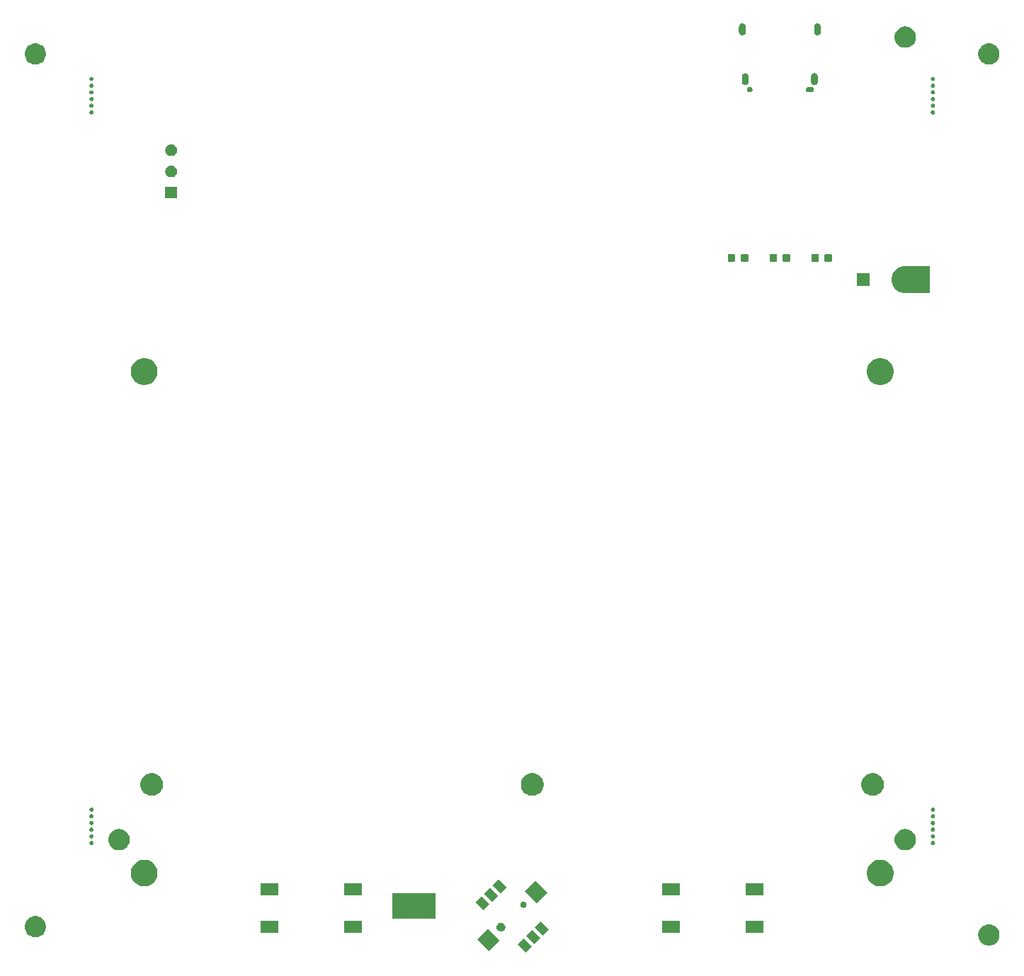
<source format=gbr>
G04 #@! TF.GenerationSoftware,KiCad,Pcbnew,5.1.5+dfsg1-2build2*
G04 #@! TF.CreationDate,2022-03-25T09:21:37+01:00*
G04 #@! TF.ProjectId,OpenDropV4,4f70656e-4472-46f7-9056-342e6b696361,rev?*
G04 #@! TF.SameCoordinates,Original*
G04 #@! TF.FileFunction,Soldermask,Top*
G04 #@! TF.FilePolarity,Negative*
%FSLAX46Y46*%
G04 Gerber Fmt 4.6, Leading zero omitted, Abs format (unit mm)*
G04 Created by KiCad (PCBNEW 5.1.5+dfsg1-2build2) date 2022-03-25 09:21:37*
%MOMM*%
%LPD*%
G04 APERTURE LIST*
%ADD10C,0.100000*%
G04 APERTURE END LIST*
D10*
G36*
X102350930Y-142775078D02*
G01*
X101643824Y-143482184D01*
X100689230Y-142527590D01*
X101396336Y-141820484D01*
X102350930Y-142775078D01*
G37*
G36*
X98479521Y-142050293D02*
G01*
X97206729Y-143323085D01*
X95792515Y-141908871D01*
X97065307Y-140636079D01*
X98479521Y-142050293D01*
G37*
G36*
X157247764Y-140154402D02*
G01*
X157370445Y-140178805D01*
X157601571Y-140274541D01*
X157602132Y-140274916D01*
X157800701Y-140407595D01*
X157809578Y-140413527D01*
X157986473Y-140590422D01*
X158125459Y-140798429D01*
X158209604Y-141001571D01*
X158221195Y-141029556D01*
X158270000Y-141274915D01*
X158270000Y-141525085D01*
X158245597Y-141647765D01*
X158221195Y-141770445D01*
X158125459Y-142001571D01*
X157986473Y-142209578D01*
X157809578Y-142386473D01*
X157601571Y-142525459D01*
X157601570Y-142525460D01*
X157601569Y-142525460D01*
X157533875Y-142553500D01*
X157370445Y-142621195D01*
X157247765Y-142645597D01*
X157125085Y-142670000D01*
X156874915Y-142670000D01*
X156752235Y-142645597D01*
X156629555Y-142621195D01*
X156466125Y-142553500D01*
X156398431Y-142525460D01*
X156398430Y-142525460D01*
X156398429Y-142525459D01*
X156190422Y-142386473D01*
X156013527Y-142209578D01*
X155874541Y-142001571D01*
X155778805Y-141770445D01*
X155754403Y-141647765D01*
X155730000Y-141525085D01*
X155730000Y-141274915D01*
X155778805Y-141029556D01*
X155790397Y-141001571D01*
X155874541Y-140798429D01*
X156013527Y-140590422D01*
X156190422Y-140413527D01*
X156199300Y-140407595D01*
X156397868Y-140274916D01*
X156398429Y-140274541D01*
X156629555Y-140178805D01*
X156752236Y-140154402D01*
X156874915Y-140130000D01*
X157125085Y-140130000D01*
X157247764Y-140154402D01*
G37*
G36*
X103358557Y-141767451D02*
G01*
X102651451Y-142474557D01*
X101696857Y-141519963D01*
X102403963Y-140812857D01*
X103358557Y-141767451D01*
G37*
G36*
X43247765Y-139154403D02*
G01*
X43370445Y-139178805D01*
X43601571Y-139274541D01*
X43809578Y-139413527D01*
X43986473Y-139590422D01*
X44125459Y-139798429D01*
X44206490Y-139994053D01*
X44221195Y-140029556D01*
X44269926Y-140274541D01*
X44270000Y-140274916D01*
X44270000Y-140525084D01*
X44221195Y-140770445D01*
X44203627Y-140812857D01*
X44140969Y-140964128D01*
X44125459Y-141001571D01*
X43986473Y-141209578D01*
X43809578Y-141386473D01*
X43601571Y-141525459D01*
X43370445Y-141621195D01*
X43247765Y-141645597D01*
X43125085Y-141670000D01*
X42874915Y-141670000D01*
X42752235Y-141645597D01*
X42629555Y-141621195D01*
X42398429Y-141525459D01*
X42190422Y-141386473D01*
X42013527Y-141209578D01*
X41874541Y-141001571D01*
X41859032Y-140964128D01*
X41796373Y-140812857D01*
X41778805Y-140770445D01*
X41730000Y-140525084D01*
X41730000Y-140274916D01*
X41730075Y-140274541D01*
X41778805Y-140029556D01*
X41793511Y-139994053D01*
X41874541Y-139798429D01*
X42013527Y-139590422D01*
X42190422Y-139413527D01*
X42398429Y-139274541D01*
X42629555Y-139178805D01*
X42752235Y-139154403D01*
X42874915Y-139130000D01*
X43125085Y-139130000D01*
X43247765Y-139154403D01*
G37*
G36*
X104366184Y-140759824D02*
G01*
X103659078Y-141466930D01*
X102704484Y-140512336D01*
X103411590Y-139805230D01*
X104366184Y-140759824D01*
G37*
G36*
X130050000Y-141150000D02*
G01*
X127950000Y-141150000D01*
X127950000Y-139750000D01*
X130050000Y-139750000D01*
X130050000Y-141150000D01*
G37*
G36*
X120050000Y-141150000D02*
G01*
X117950000Y-141150000D01*
X117950000Y-139750000D01*
X120050000Y-139750000D01*
X120050000Y-141150000D01*
G37*
G36*
X72050000Y-141150000D02*
G01*
X69950000Y-141150000D01*
X69950000Y-139750000D01*
X72050000Y-139750000D01*
X72050000Y-141150000D01*
G37*
G36*
X82050000Y-141150000D02*
G01*
X79950000Y-141150000D01*
X79950000Y-139750000D01*
X82050000Y-139750000D01*
X82050000Y-141150000D01*
G37*
G36*
X98809434Y-139954478D02*
G01*
X98904976Y-139994053D01*
X98904978Y-139994054D01*
X98990965Y-140051509D01*
X99064091Y-140124635D01*
X99100286Y-140178805D01*
X99121547Y-140210624D01*
X99161122Y-140306166D01*
X99181297Y-140407594D01*
X99181297Y-140511012D01*
X99161122Y-140612440D01*
X99121547Y-140707982D01*
X99121546Y-140707984D01*
X99064091Y-140793971D01*
X98990965Y-140867097D01*
X98904978Y-140924552D01*
X98904977Y-140924553D01*
X98904976Y-140924553D01*
X98809434Y-140964128D01*
X98708006Y-140984303D01*
X98604588Y-140984303D01*
X98503160Y-140964128D01*
X98407618Y-140924553D01*
X98407617Y-140924553D01*
X98407616Y-140924552D01*
X98321629Y-140867097D01*
X98248503Y-140793971D01*
X98191048Y-140707984D01*
X98191047Y-140707982D01*
X98151472Y-140612440D01*
X98131297Y-140511012D01*
X98131297Y-140407594D01*
X98151472Y-140306166D01*
X98191047Y-140210624D01*
X98212308Y-140178805D01*
X98248503Y-140124635D01*
X98321629Y-140051509D01*
X98407616Y-139994054D01*
X98407618Y-139994053D01*
X98503160Y-139954478D01*
X98604588Y-139934303D01*
X98708006Y-139934303D01*
X98809434Y-139954478D01*
G37*
G36*
X90865000Y-139439000D02*
G01*
X85665000Y-139439000D01*
X85665000Y-136439000D01*
X90865000Y-136439000D01*
X90865000Y-139439000D01*
G37*
G36*
X97295116Y-137719264D02*
G01*
X96588010Y-138426370D01*
X95633416Y-137471776D01*
X96340522Y-136764670D01*
X97295116Y-137719264D01*
G37*
G36*
X101452686Y-137411708D02*
G01*
X101520932Y-137439977D01*
X101563690Y-137468547D01*
X101582351Y-137481016D01*
X101634584Y-137533249D01*
X101675624Y-137594670D01*
X101690357Y-137630239D01*
X101703892Y-137662914D01*
X101718303Y-137735363D01*
X101718303Y-137809231D01*
X101703892Y-137881680D01*
X101675623Y-137949926D01*
X101634584Y-138011345D01*
X101582351Y-138063578D01*
X101520932Y-138104617D01*
X101520931Y-138104618D01*
X101520930Y-138104618D01*
X101452686Y-138132886D01*
X101380237Y-138147297D01*
X101306369Y-138147297D01*
X101233920Y-138132886D01*
X101165676Y-138104618D01*
X101165675Y-138104618D01*
X101165674Y-138104617D01*
X101104255Y-138063578D01*
X101052022Y-138011345D01*
X101010983Y-137949926D01*
X100982714Y-137881680D01*
X100968303Y-137809231D01*
X100968303Y-137735363D01*
X100982714Y-137662914D01*
X100996249Y-137630239D01*
X101010982Y-137594670D01*
X101052022Y-137533249D01*
X101104255Y-137481016D01*
X101122916Y-137468547D01*
X101165674Y-137439977D01*
X101233920Y-137411708D01*
X101306369Y-137397297D01*
X101380237Y-137397297D01*
X101452686Y-137411708D01*
G37*
G36*
X104207085Y-136322729D02*
G01*
X102934293Y-137595521D01*
X101520079Y-136181307D01*
X102792871Y-134908515D01*
X104207085Y-136322729D01*
G37*
G36*
X98302743Y-136711637D02*
G01*
X97595637Y-137418743D01*
X96641043Y-136464149D01*
X97348149Y-135757043D01*
X98302743Y-136711637D01*
G37*
G36*
X130050000Y-136650000D02*
G01*
X127950000Y-136650000D01*
X127950000Y-135250000D01*
X130050000Y-135250000D01*
X130050000Y-136650000D01*
G37*
G36*
X120050000Y-136650000D02*
G01*
X117950000Y-136650000D01*
X117950000Y-135250000D01*
X120050000Y-135250000D01*
X120050000Y-136650000D01*
G37*
G36*
X82050000Y-136650000D02*
G01*
X79950000Y-136650000D01*
X79950000Y-135250000D01*
X82050000Y-135250000D01*
X82050000Y-136650000D01*
G37*
G36*
X72050000Y-136650000D02*
G01*
X69950000Y-136650000D01*
X69950000Y-135250000D01*
X72050000Y-135250000D01*
X72050000Y-136650000D01*
G37*
G36*
X99310370Y-135704010D02*
G01*
X98603264Y-136411116D01*
X97648670Y-135456522D01*
X98355776Y-134749416D01*
X99310370Y-135704010D01*
G37*
G36*
X144466703Y-132461486D02*
G01*
X144757883Y-132582097D01*
X145019940Y-132757198D01*
X145242802Y-132980060D01*
X145417903Y-133242117D01*
X145538514Y-133533297D01*
X145600000Y-133842412D01*
X145600000Y-134157588D01*
X145538514Y-134466703D01*
X145417903Y-134757883D01*
X145242802Y-135019940D01*
X145019940Y-135242802D01*
X144757883Y-135417903D01*
X144466703Y-135538514D01*
X144157588Y-135600000D01*
X143842412Y-135600000D01*
X143533297Y-135538514D01*
X143242117Y-135417903D01*
X142980060Y-135242802D01*
X142757198Y-135019940D01*
X142582097Y-134757883D01*
X142461486Y-134466703D01*
X142400000Y-134157588D01*
X142400000Y-133842412D01*
X142461486Y-133533297D01*
X142582097Y-133242117D01*
X142757198Y-132980060D01*
X142980060Y-132757198D01*
X143242117Y-132582097D01*
X143533297Y-132461486D01*
X143842412Y-132400000D01*
X144157588Y-132400000D01*
X144466703Y-132461486D01*
G37*
G36*
X56466703Y-132461486D02*
G01*
X56757883Y-132582097D01*
X57019940Y-132757198D01*
X57242802Y-132980060D01*
X57417903Y-133242117D01*
X57538514Y-133533297D01*
X57600000Y-133842412D01*
X57600000Y-134157588D01*
X57538514Y-134466703D01*
X57417903Y-134757883D01*
X57242802Y-135019940D01*
X57019940Y-135242802D01*
X56757883Y-135417903D01*
X56466703Y-135538514D01*
X56157588Y-135600000D01*
X55842412Y-135600000D01*
X55533297Y-135538514D01*
X55242117Y-135417903D01*
X54980060Y-135242802D01*
X54757198Y-135019940D01*
X54582097Y-134757883D01*
X54461486Y-134466703D01*
X54400000Y-134157588D01*
X54400000Y-133842412D01*
X54461486Y-133533297D01*
X54582097Y-133242117D01*
X54757198Y-132980060D01*
X54980060Y-132757198D01*
X55242117Y-132582097D01*
X55533297Y-132461486D01*
X55842412Y-132400000D01*
X56157588Y-132400000D01*
X56466703Y-132461486D01*
G37*
G36*
X147247764Y-128754402D02*
G01*
X147370445Y-128778805D01*
X147481059Y-128824623D01*
X147597663Y-128872922D01*
X147601571Y-128874541D01*
X147667236Y-128918417D01*
X147780636Y-128994188D01*
X147809578Y-129013527D01*
X147986473Y-129190422D01*
X148125459Y-129398429D01*
X148221195Y-129629555D01*
X148270000Y-129874916D01*
X148270000Y-130125084D01*
X148221195Y-130370445D01*
X148125459Y-130601571D01*
X147986473Y-130809578D01*
X147809578Y-130986473D01*
X147601571Y-131125459D01*
X147370445Y-131221195D01*
X147247764Y-131245598D01*
X147125085Y-131270000D01*
X146874915Y-131270000D01*
X146752236Y-131245598D01*
X146629555Y-131221195D01*
X146398429Y-131125459D01*
X146190422Y-130986473D01*
X146013527Y-130809578D01*
X145874541Y-130601571D01*
X145778805Y-130370445D01*
X145730000Y-130125084D01*
X145730000Y-129874916D01*
X145778805Y-129629555D01*
X145874541Y-129398429D01*
X146013527Y-129190422D01*
X146190422Y-129013527D01*
X146219365Y-128994188D01*
X146332764Y-128918417D01*
X146398429Y-128874541D01*
X146402338Y-128872922D01*
X146518941Y-128824623D01*
X146629555Y-128778805D01*
X146752236Y-128754402D01*
X146874915Y-128730000D01*
X147125085Y-128730000D01*
X147247764Y-128754402D01*
G37*
G36*
X53247764Y-128754402D02*
G01*
X53370445Y-128778805D01*
X53481059Y-128824623D01*
X53597663Y-128872922D01*
X53601571Y-128874541D01*
X53667236Y-128918417D01*
X53780636Y-128994188D01*
X53809578Y-129013527D01*
X53986473Y-129190422D01*
X54125459Y-129398429D01*
X54221195Y-129629555D01*
X54270000Y-129874916D01*
X54270000Y-130125084D01*
X54221195Y-130370445D01*
X54125459Y-130601571D01*
X53986473Y-130809578D01*
X53809578Y-130986473D01*
X53601571Y-131125459D01*
X53370445Y-131221195D01*
X53247764Y-131245598D01*
X53125085Y-131270000D01*
X52874915Y-131270000D01*
X52752236Y-131245598D01*
X52629555Y-131221195D01*
X52398429Y-131125459D01*
X52190422Y-130986473D01*
X52013527Y-130809578D01*
X51874541Y-130601571D01*
X51778805Y-130370445D01*
X51730000Y-130125084D01*
X51730000Y-129874916D01*
X51778805Y-129629555D01*
X51874541Y-129398429D01*
X52013527Y-129190422D01*
X52190422Y-129013527D01*
X52219365Y-128994188D01*
X52332764Y-128918417D01*
X52398429Y-128874541D01*
X52402338Y-128872922D01*
X52518941Y-128824623D01*
X52629555Y-128778805D01*
X52752236Y-128754402D01*
X52874915Y-128730000D01*
X53125085Y-128730000D01*
X53247764Y-128754402D01*
G37*
G36*
X49772923Y-130159607D02*
G01*
X49801611Y-130171491D01*
X49818420Y-130178453D01*
X49859366Y-130205812D01*
X49894188Y-130240634D01*
X49921547Y-130281580D01*
X49940393Y-130327078D01*
X49950000Y-130375377D01*
X49950000Y-130424623D01*
X49940393Y-130472922D01*
X49921547Y-130518420D01*
X49894188Y-130559366D01*
X49859366Y-130594188D01*
X49818420Y-130621547D01*
X49801611Y-130628509D01*
X49772923Y-130640393D01*
X49724624Y-130650000D01*
X49675376Y-130650000D01*
X49627077Y-130640393D01*
X49598389Y-130628509D01*
X49581580Y-130621547D01*
X49540634Y-130594188D01*
X49505812Y-130559366D01*
X49478453Y-130518420D01*
X49459607Y-130472922D01*
X49450000Y-130424623D01*
X49450000Y-130375377D01*
X49459607Y-130327078D01*
X49478453Y-130281580D01*
X49505812Y-130240634D01*
X49540634Y-130205812D01*
X49581580Y-130178453D01*
X49598389Y-130171491D01*
X49627077Y-130159607D01*
X49675376Y-130150000D01*
X49724624Y-130150000D01*
X49772923Y-130159607D01*
G37*
G36*
X150372923Y-130159607D02*
G01*
X150401611Y-130171491D01*
X150418420Y-130178453D01*
X150459366Y-130205812D01*
X150494188Y-130240634D01*
X150521547Y-130281580D01*
X150540393Y-130327078D01*
X150550000Y-130375377D01*
X150550000Y-130424623D01*
X150540393Y-130472922D01*
X150521547Y-130518420D01*
X150494188Y-130559366D01*
X150459366Y-130594188D01*
X150418420Y-130621547D01*
X150401611Y-130628509D01*
X150372923Y-130640393D01*
X150324624Y-130650000D01*
X150275376Y-130650000D01*
X150227077Y-130640393D01*
X150198389Y-130628509D01*
X150181580Y-130621547D01*
X150140634Y-130594188D01*
X150105812Y-130559366D01*
X150078453Y-130518420D01*
X150059607Y-130472922D01*
X150050000Y-130424623D01*
X150050000Y-130375377D01*
X150059607Y-130327078D01*
X150078453Y-130281580D01*
X150105812Y-130240634D01*
X150140634Y-130205812D01*
X150181580Y-130178453D01*
X150198389Y-130171491D01*
X150227077Y-130159607D01*
X150275376Y-130150000D01*
X150324624Y-130150000D01*
X150372923Y-130159607D01*
G37*
G36*
X150372923Y-129359607D02*
G01*
X150401611Y-129371491D01*
X150418420Y-129378453D01*
X150459366Y-129405812D01*
X150494188Y-129440634D01*
X150521547Y-129481580D01*
X150540393Y-129527078D01*
X150550000Y-129575377D01*
X150550000Y-129624623D01*
X150540393Y-129672922D01*
X150521547Y-129718420D01*
X150494188Y-129759366D01*
X150459366Y-129794188D01*
X150418420Y-129821547D01*
X150401611Y-129828509D01*
X150372923Y-129840393D01*
X150324624Y-129850000D01*
X150275376Y-129850000D01*
X150227077Y-129840393D01*
X150198389Y-129828509D01*
X150181580Y-129821547D01*
X150140634Y-129794188D01*
X150105812Y-129759366D01*
X150078453Y-129718420D01*
X150059607Y-129672922D01*
X150050000Y-129624623D01*
X150050000Y-129575377D01*
X150059607Y-129527078D01*
X150078453Y-129481580D01*
X150105812Y-129440634D01*
X150140634Y-129405812D01*
X150181580Y-129378453D01*
X150198389Y-129371491D01*
X150227077Y-129359607D01*
X150275376Y-129350000D01*
X150324624Y-129350000D01*
X150372923Y-129359607D01*
G37*
G36*
X49772923Y-129359607D02*
G01*
X49801611Y-129371491D01*
X49818420Y-129378453D01*
X49859366Y-129405812D01*
X49894188Y-129440634D01*
X49921547Y-129481580D01*
X49940393Y-129527078D01*
X49950000Y-129575377D01*
X49950000Y-129624623D01*
X49940393Y-129672922D01*
X49921547Y-129718420D01*
X49894188Y-129759366D01*
X49859366Y-129794188D01*
X49818420Y-129821547D01*
X49801611Y-129828509D01*
X49772923Y-129840393D01*
X49724624Y-129850000D01*
X49675376Y-129850000D01*
X49627077Y-129840393D01*
X49598389Y-129828509D01*
X49581580Y-129821547D01*
X49540634Y-129794188D01*
X49505812Y-129759366D01*
X49478453Y-129718420D01*
X49459607Y-129672922D01*
X49450000Y-129624623D01*
X49450000Y-129575377D01*
X49459607Y-129527078D01*
X49478453Y-129481580D01*
X49505812Y-129440634D01*
X49540634Y-129405812D01*
X49581580Y-129378453D01*
X49598389Y-129371491D01*
X49627077Y-129359607D01*
X49675376Y-129350000D01*
X49724624Y-129350000D01*
X49772923Y-129359607D01*
G37*
G36*
X49772923Y-128559607D02*
G01*
X49801611Y-128571491D01*
X49818420Y-128578453D01*
X49859366Y-128605812D01*
X49894188Y-128640634D01*
X49921547Y-128681580D01*
X49921548Y-128681583D01*
X49940393Y-128727077D01*
X49950000Y-128775376D01*
X49950000Y-128824624D01*
X49940393Y-128872923D01*
X49928509Y-128901611D01*
X49921547Y-128918420D01*
X49894188Y-128959366D01*
X49859366Y-128994188D01*
X49818420Y-129021547D01*
X49801611Y-129028509D01*
X49772923Y-129040393D01*
X49724624Y-129050000D01*
X49675376Y-129050000D01*
X49627077Y-129040393D01*
X49598389Y-129028509D01*
X49581580Y-129021547D01*
X49540634Y-128994188D01*
X49505812Y-128959366D01*
X49478453Y-128918420D01*
X49471491Y-128901611D01*
X49459607Y-128872923D01*
X49450000Y-128824624D01*
X49450000Y-128775376D01*
X49459607Y-128727077D01*
X49478452Y-128681583D01*
X49478453Y-128681580D01*
X49505812Y-128640634D01*
X49540634Y-128605812D01*
X49581580Y-128578453D01*
X49598389Y-128571491D01*
X49627077Y-128559607D01*
X49675376Y-128550000D01*
X49724624Y-128550000D01*
X49772923Y-128559607D01*
G37*
G36*
X150372923Y-128559607D02*
G01*
X150401611Y-128571491D01*
X150418420Y-128578453D01*
X150459366Y-128605812D01*
X150494188Y-128640634D01*
X150521547Y-128681580D01*
X150521548Y-128681583D01*
X150540393Y-128727077D01*
X150550000Y-128775376D01*
X150550000Y-128824624D01*
X150540393Y-128872923D01*
X150528509Y-128901611D01*
X150521547Y-128918420D01*
X150494188Y-128959366D01*
X150459366Y-128994188D01*
X150418420Y-129021547D01*
X150401611Y-129028509D01*
X150372923Y-129040393D01*
X150324624Y-129050000D01*
X150275376Y-129050000D01*
X150227077Y-129040393D01*
X150198389Y-129028509D01*
X150181580Y-129021547D01*
X150140634Y-128994188D01*
X150105812Y-128959366D01*
X150078453Y-128918420D01*
X150071491Y-128901611D01*
X150059607Y-128872923D01*
X150050000Y-128824624D01*
X150050000Y-128775376D01*
X150059607Y-128727077D01*
X150078452Y-128681583D01*
X150078453Y-128681580D01*
X150105812Y-128640634D01*
X150140634Y-128605812D01*
X150181580Y-128578453D01*
X150198389Y-128571491D01*
X150227077Y-128559607D01*
X150275376Y-128550000D01*
X150324624Y-128550000D01*
X150372923Y-128559607D01*
G37*
G36*
X150372923Y-127759607D02*
G01*
X150401611Y-127771491D01*
X150418420Y-127778453D01*
X150459366Y-127805812D01*
X150494188Y-127840634D01*
X150521547Y-127881580D01*
X150540393Y-127927078D01*
X150550000Y-127975377D01*
X150550000Y-128024623D01*
X150540393Y-128072922D01*
X150521547Y-128118420D01*
X150494188Y-128159366D01*
X150459366Y-128194188D01*
X150418420Y-128221547D01*
X150401611Y-128228509D01*
X150372923Y-128240393D01*
X150324624Y-128250000D01*
X150275376Y-128250000D01*
X150227077Y-128240393D01*
X150198389Y-128228509D01*
X150181580Y-128221547D01*
X150140634Y-128194188D01*
X150105812Y-128159366D01*
X150078453Y-128118420D01*
X150059607Y-128072922D01*
X150050000Y-128024623D01*
X150050000Y-127975377D01*
X150059607Y-127927078D01*
X150078453Y-127881580D01*
X150105812Y-127840634D01*
X150140634Y-127805812D01*
X150181580Y-127778453D01*
X150198389Y-127771491D01*
X150227077Y-127759607D01*
X150275376Y-127750000D01*
X150324624Y-127750000D01*
X150372923Y-127759607D01*
G37*
G36*
X49772923Y-127759607D02*
G01*
X49801611Y-127771491D01*
X49818420Y-127778453D01*
X49859366Y-127805812D01*
X49894188Y-127840634D01*
X49921547Y-127881580D01*
X49940393Y-127927078D01*
X49950000Y-127975377D01*
X49950000Y-128024623D01*
X49940393Y-128072922D01*
X49921547Y-128118420D01*
X49894188Y-128159366D01*
X49859366Y-128194188D01*
X49818420Y-128221547D01*
X49801611Y-128228509D01*
X49772923Y-128240393D01*
X49724624Y-128250000D01*
X49675376Y-128250000D01*
X49627077Y-128240393D01*
X49598389Y-128228509D01*
X49581580Y-128221547D01*
X49540634Y-128194188D01*
X49505812Y-128159366D01*
X49478453Y-128118420D01*
X49459607Y-128072922D01*
X49450000Y-128024623D01*
X49450000Y-127975377D01*
X49459607Y-127927078D01*
X49478453Y-127881580D01*
X49505812Y-127840634D01*
X49540634Y-127805812D01*
X49581580Y-127778453D01*
X49598389Y-127771491D01*
X49627077Y-127759607D01*
X49675376Y-127750000D01*
X49724624Y-127750000D01*
X49772923Y-127759607D01*
G37*
G36*
X150372923Y-126959607D02*
G01*
X150401611Y-126971491D01*
X150418420Y-126978453D01*
X150459366Y-127005812D01*
X150494188Y-127040634D01*
X150521547Y-127081580D01*
X150540393Y-127127078D01*
X150550000Y-127175377D01*
X150550000Y-127224623D01*
X150540393Y-127272922D01*
X150521547Y-127318420D01*
X150494188Y-127359366D01*
X150459366Y-127394188D01*
X150418420Y-127421547D01*
X150401611Y-127428509D01*
X150372923Y-127440393D01*
X150324624Y-127450000D01*
X150275376Y-127450000D01*
X150227077Y-127440393D01*
X150198389Y-127428509D01*
X150181580Y-127421547D01*
X150140634Y-127394188D01*
X150105812Y-127359366D01*
X150078453Y-127318420D01*
X150059607Y-127272922D01*
X150050000Y-127224623D01*
X150050000Y-127175377D01*
X150059607Y-127127078D01*
X150078453Y-127081580D01*
X150105812Y-127040634D01*
X150140634Y-127005812D01*
X150181580Y-126978453D01*
X150198389Y-126971491D01*
X150227077Y-126959607D01*
X150275376Y-126950000D01*
X150324624Y-126950000D01*
X150372923Y-126959607D01*
G37*
G36*
X49772923Y-126959607D02*
G01*
X49801611Y-126971491D01*
X49818420Y-126978453D01*
X49859366Y-127005812D01*
X49894188Y-127040634D01*
X49921547Y-127081580D01*
X49940393Y-127127078D01*
X49950000Y-127175377D01*
X49950000Y-127224623D01*
X49940393Y-127272922D01*
X49921547Y-127318420D01*
X49894188Y-127359366D01*
X49859366Y-127394188D01*
X49818420Y-127421547D01*
X49801611Y-127428509D01*
X49772923Y-127440393D01*
X49724624Y-127450000D01*
X49675376Y-127450000D01*
X49627077Y-127440393D01*
X49598389Y-127428509D01*
X49581580Y-127421547D01*
X49540634Y-127394188D01*
X49505812Y-127359366D01*
X49478453Y-127318420D01*
X49459607Y-127272922D01*
X49450000Y-127224623D01*
X49450000Y-127175377D01*
X49459607Y-127127078D01*
X49478453Y-127081580D01*
X49505812Y-127040634D01*
X49540634Y-127005812D01*
X49581580Y-126978453D01*
X49598389Y-126971491D01*
X49627077Y-126959607D01*
X49675376Y-126950000D01*
X49724624Y-126950000D01*
X49772923Y-126959607D01*
G37*
G36*
X49772923Y-126159607D02*
G01*
X49801611Y-126171491D01*
X49818420Y-126178453D01*
X49859366Y-126205812D01*
X49894188Y-126240634D01*
X49921547Y-126281580D01*
X49940393Y-126327078D01*
X49950000Y-126375377D01*
X49950000Y-126424623D01*
X49940393Y-126472922D01*
X49921547Y-126518420D01*
X49894188Y-126559366D01*
X49859366Y-126594188D01*
X49818420Y-126621547D01*
X49801611Y-126628509D01*
X49772923Y-126640393D01*
X49724624Y-126650000D01*
X49675376Y-126650000D01*
X49627077Y-126640393D01*
X49598389Y-126628509D01*
X49581580Y-126621547D01*
X49540634Y-126594188D01*
X49505812Y-126559366D01*
X49478453Y-126518420D01*
X49459607Y-126472922D01*
X49450000Y-126424623D01*
X49450000Y-126375377D01*
X49459607Y-126327078D01*
X49478453Y-126281580D01*
X49505812Y-126240634D01*
X49540634Y-126205812D01*
X49581580Y-126178453D01*
X49598389Y-126171491D01*
X49627077Y-126159607D01*
X49675376Y-126150000D01*
X49724624Y-126150000D01*
X49772923Y-126159607D01*
G37*
G36*
X150372923Y-126159607D02*
G01*
X150401611Y-126171491D01*
X150418420Y-126178453D01*
X150459366Y-126205812D01*
X150494188Y-126240634D01*
X150521547Y-126281580D01*
X150540393Y-126327078D01*
X150550000Y-126375377D01*
X150550000Y-126424623D01*
X150540393Y-126472922D01*
X150521547Y-126518420D01*
X150494188Y-126559366D01*
X150459366Y-126594188D01*
X150418420Y-126621547D01*
X150401611Y-126628509D01*
X150372923Y-126640393D01*
X150324624Y-126650000D01*
X150275376Y-126650000D01*
X150227077Y-126640393D01*
X150198389Y-126628509D01*
X150181580Y-126621547D01*
X150140634Y-126594188D01*
X150105812Y-126559366D01*
X150078453Y-126518420D01*
X150059607Y-126472922D01*
X150050000Y-126424623D01*
X150050000Y-126375377D01*
X150059607Y-126327078D01*
X150078453Y-126281580D01*
X150105812Y-126240634D01*
X150140634Y-126205812D01*
X150181580Y-126178453D01*
X150198389Y-126171491D01*
X150227077Y-126159607D01*
X150275376Y-126150000D01*
X150324624Y-126150000D01*
X150372923Y-126159607D01*
G37*
G36*
X57293779Y-122101879D02*
G01*
X57539463Y-122203645D01*
X57539465Y-122203646D01*
X57650769Y-122278017D01*
X57760574Y-122351386D01*
X57948614Y-122539426D01*
X58096355Y-122760537D01*
X58198121Y-123006221D01*
X58250000Y-123267035D01*
X58250000Y-123532965D01*
X58198121Y-123793779D01*
X58096355Y-124039463D01*
X58096354Y-124039465D01*
X57948613Y-124260575D01*
X57760575Y-124448613D01*
X57539465Y-124596354D01*
X57539464Y-124596355D01*
X57539463Y-124596355D01*
X57293779Y-124698121D01*
X57032965Y-124750000D01*
X56767035Y-124750000D01*
X56506221Y-124698121D01*
X56260537Y-124596355D01*
X56260536Y-124596355D01*
X56260535Y-124596354D01*
X56039425Y-124448613D01*
X55851387Y-124260575D01*
X55703646Y-124039465D01*
X55703645Y-124039463D01*
X55601879Y-123793779D01*
X55550000Y-123532965D01*
X55550000Y-123267035D01*
X55601879Y-123006221D01*
X55703645Y-122760537D01*
X55851386Y-122539426D01*
X56039426Y-122351386D01*
X56149231Y-122278017D01*
X56260535Y-122203646D01*
X56260537Y-122203645D01*
X56506221Y-122101879D01*
X56767035Y-122050000D01*
X57032965Y-122050000D01*
X57293779Y-122101879D01*
G37*
G36*
X143493779Y-122101879D02*
G01*
X143739463Y-122203645D01*
X143739465Y-122203646D01*
X143850769Y-122278017D01*
X143960574Y-122351386D01*
X144148614Y-122539426D01*
X144296355Y-122760537D01*
X144398121Y-123006221D01*
X144450000Y-123267035D01*
X144450000Y-123532965D01*
X144398121Y-123793779D01*
X144296355Y-124039463D01*
X144296354Y-124039465D01*
X144148613Y-124260575D01*
X143960575Y-124448613D01*
X143739465Y-124596354D01*
X143739464Y-124596355D01*
X143739463Y-124596355D01*
X143493779Y-124698121D01*
X143232965Y-124750000D01*
X142967035Y-124750000D01*
X142706221Y-124698121D01*
X142460537Y-124596355D01*
X142460536Y-124596355D01*
X142460535Y-124596354D01*
X142239425Y-124448613D01*
X142051387Y-124260575D01*
X141903646Y-124039465D01*
X141903645Y-124039463D01*
X141801879Y-123793779D01*
X141750000Y-123532965D01*
X141750000Y-123267035D01*
X141801879Y-123006221D01*
X141903645Y-122760537D01*
X142051386Y-122539426D01*
X142239426Y-122351386D01*
X142349231Y-122278017D01*
X142460535Y-122203646D01*
X142460537Y-122203645D01*
X142706221Y-122101879D01*
X142967035Y-122050000D01*
X143232965Y-122050000D01*
X143493779Y-122101879D01*
G37*
G36*
X102793779Y-122101879D02*
G01*
X103039463Y-122203645D01*
X103039465Y-122203646D01*
X103150769Y-122278017D01*
X103260574Y-122351386D01*
X103448614Y-122539426D01*
X103596355Y-122760537D01*
X103698121Y-123006221D01*
X103750000Y-123267035D01*
X103750000Y-123532965D01*
X103698121Y-123793779D01*
X103596355Y-124039463D01*
X103596354Y-124039465D01*
X103448613Y-124260575D01*
X103260575Y-124448613D01*
X103039465Y-124596354D01*
X103039464Y-124596355D01*
X103039463Y-124596355D01*
X102793779Y-124698121D01*
X102532965Y-124750000D01*
X102267035Y-124750000D01*
X102006221Y-124698121D01*
X101760537Y-124596355D01*
X101760536Y-124596355D01*
X101760535Y-124596354D01*
X101539425Y-124448613D01*
X101351387Y-124260575D01*
X101203646Y-124039465D01*
X101203645Y-124039463D01*
X101101879Y-123793779D01*
X101050000Y-123532965D01*
X101050000Y-123267035D01*
X101101879Y-123006221D01*
X101203645Y-122760537D01*
X101351386Y-122539426D01*
X101539426Y-122351386D01*
X101649231Y-122278017D01*
X101760535Y-122203646D01*
X101760537Y-122203645D01*
X102006221Y-122101879D01*
X102267035Y-122050000D01*
X102532965Y-122050000D01*
X102793779Y-122101879D01*
G37*
G36*
X144466703Y-72461486D02*
G01*
X144757883Y-72582097D01*
X145019940Y-72757198D01*
X145242802Y-72980060D01*
X145417903Y-73242117D01*
X145538514Y-73533297D01*
X145600000Y-73842412D01*
X145600000Y-74157588D01*
X145538514Y-74466703D01*
X145417903Y-74757883D01*
X145242802Y-75019940D01*
X145019940Y-75242802D01*
X144757883Y-75417903D01*
X144466703Y-75538514D01*
X144157588Y-75600000D01*
X143842412Y-75600000D01*
X143533297Y-75538514D01*
X143242117Y-75417903D01*
X142980060Y-75242802D01*
X142757198Y-75019940D01*
X142582097Y-74757883D01*
X142461486Y-74466703D01*
X142400000Y-74157588D01*
X142400000Y-73842412D01*
X142461486Y-73533297D01*
X142582097Y-73242117D01*
X142757198Y-72980060D01*
X142980060Y-72757198D01*
X143242117Y-72582097D01*
X143533297Y-72461486D01*
X143842412Y-72400000D01*
X144157588Y-72400000D01*
X144466703Y-72461486D01*
G37*
G36*
X56466703Y-72461486D02*
G01*
X56757883Y-72582097D01*
X57019940Y-72757198D01*
X57242802Y-72980060D01*
X57417903Y-73242117D01*
X57538514Y-73533297D01*
X57600000Y-73842412D01*
X57600000Y-74157588D01*
X57538514Y-74466703D01*
X57417903Y-74757883D01*
X57242802Y-75019940D01*
X57019940Y-75242802D01*
X56757883Y-75417903D01*
X56466703Y-75538514D01*
X56157588Y-75600000D01*
X55842412Y-75600000D01*
X55533297Y-75538514D01*
X55242117Y-75417903D01*
X54980060Y-75242802D01*
X54757198Y-75019940D01*
X54582097Y-74757883D01*
X54461486Y-74466703D01*
X54400000Y-74157588D01*
X54400000Y-73842412D01*
X54461486Y-73533297D01*
X54582097Y-73242117D01*
X54757198Y-72980060D01*
X54980060Y-72757198D01*
X55242117Y-72582097D01*
X55533297Y-72461486D01*
X55842412Y-72400000D01*
X56157588Y-72400000D01*
X56466703Y-72461486D01*
G37*
G36*
X149963000Y-64600000D02*
G01*
X146805412Y-64600000D01*
X146496297Y-64538514D01*
X146205117Y-64417903D01*
X145943060Y-64242802D01*
X145720198Y-64019940D01*
X145545097Y-63757883D01*
X145424486Y-63466703D01*
X145363000Y-63157588D01*
X145363000Y-62842412D01*
X145424486Y-62533297D01*
X145545097Y-62242117D01*
X145720198Y-61980060D01*
X145943060Y-61757198D01*
X146205117Y-61582097D01*
X146496297Y-61461486D01*
X146805412Y-61400000D01*
X149963000Y-61400000D01*
X149963000Y-64600000D01*
G37*
G36*
X142750570Y-63750570D02*
G01*
X141249430Y-63750570D01*
X141249430Y-62249430D01*
X142750570Y-62249430D01*
X142750570Y-63750570D01*
G37*
G36*
X136524116Y-59939595D02*
G01*
X136553311Y-59948452D01*
X136580223Y-59962837D01*
X136603808Y-59982192D01*
X136623163Y-60005777D01*
X136637548Y-60032689D01*
X136646405Y-60061884D01*
X136650000Y-60098390D01*
X136650000Y-60723610D01*
X136646405Y-60760116D01*
X136637548Y-60789311D01*
X136623163Y-60816223D01*
X136603808Y-60839808D01*
X136580223Y-60859163D01*
X136553311Y-60873548D01*
X136524116Y-60882405D01*
X136487610Y-60886000D01*
X135937390Y-60886000D01*
X135900884Y-60882405D01*
X135871689Y-60873548D01*
X135844777Y-60859163D01*
X135821192Y-60839808D01*
X135801837Y-60816223D01*
X135787452Y-60789311D01*
X135778595Y-60760116D01*
X135775000Y-60723610D01*
X135775000Y-60098390D01*
X135778595Y-60061884D01*
X135787452Y-60032689D01*
X135801837Y-60005777D01*
X135821192Y-59982192D01*
X135844777Y-59962837D01*
X135871689Y-59948452D01*
X135900884Y-59939595D01*
X135937390Y-59936000D01*
X136487610Y-59936000D01*
X136524116Y-59939595D01*
G37*
G36*
X133099116Y-59939595D02*
G01*
X133128311Y-59948452D01*
X133155223Y-59962837D01*
X133178808Y-59982192D01*
X133198163Y-60005777D01*
X133212548Y-60032689D01*
X133221405Y-60061884D01*
X133225000Y-60098390D01*
X133225000Y-60723610D01*
X133221405Y-60760116D01*
X133212548Y-60789311D01*
X133198163Y-60816223D01*
X133178808Y-60839808D01*
X133155223Y-60859163D01*
X133128311Y-60873548D01*
X133099116Y-60882405D01*
X133062610Y-60886000D01*
X132512390Y-60886000D01*
X132475884Y-60882405D01*
X132446689Y-60873548D01*
X132419777Y-60859163D01*
X132396192Y-60839808D01*
X132376837Y-60816223D01*
X132362452Y-60789311D01*
X132353595Y-60760116D01*
X132350000Y-60723610D01*
X132350000Y-60098390D01*
X132353595Y-60061884D01*
X132362452Y-60032689D01*
X132376837Y-60005777D01*
X132396192Y-59982192D01*
X132419777Y-59962837D01*
X132446689Y-59948452D01*
X132475884Y-59939595D01*
X132512390Y-59936000D01*
X133062610Y-59936000D01*
X133099116Y-59939595D01*
G37*
G36*
X131524116Y-59939595D02*
G01*
X131553311Y-59948452D01*
X131580223Y-59962837D01*
X131603808Y-59982192D01*
X131623163Y-60005777D01*
X131637548Y-60032689D01*
X131646405Y-60061884D01*
X131650000Y-60098390D01*
X131650000Y-60723610D01*
X131646405Y-60760116D01*
X131637548Y-60789311D01*
X131623163Y-60816223D01*
X131603808Y-60839808D01*
X131580223Y-60859163D01*
X131553311Y-60873548D01*
X131524116Y-60882405D01*
X131487610Y-60886000D01*
X130937390Y-60886000D01*
X130900884Y-60882405D01*
X130871689Y-60873548D01*
X130844777Y-60859163D01*
X130821192Y-60839808D01*
X130801837Y-60816223D01*
X130787452Y-60789311D01*
X130778595Y-60760116D01*
X130775000Y-60723610D01*
X130775000Y-60098390D01*
X130778595Y-60061884D01*
X130787452Y-60032689D01*
X130801837Y-60005777D01*
X130821192Y-59982192D01*
X130844777Y-59962837D01*
X130871689Y-59948452D01*
X130900884Y-59939595D01*
X130937390Y-59936000D01*
X131487610Y-59936000D01*
X131524116Y-59939595D01*
G37*
G36*
X126524116Y-59939595D02*
G01*
X126553311Y-59948452D01*
X126580223Y-59962837D01*
X126603808Y-59982192D01*
X126623163Y-60005777D01*
X126637548Y-60032689D01*
X126646405Y-60061884D01*
X126650000Y-60098390D01*
X126650000Y-60723610D01*
X126646405Y-60760116D01*
X126637548Y-60789311D01*
X126623163Y-60816223D01*
X126603808Y-60839808D01*
X126580223Y-60859163D01*
X126553311Y-60873548D01*
X126524116Y-60882405D01*
X126487610Y-60886000D01*
X125937390Y-60886000D01*
X125900884Y-60882405D01*
X125871689Y-60873548D01*
X125844777Y-60859163D01*
X125821192Y-60839808D01*
X125801837Y-60816223D01*
X125787452Y-60789311D01*
X125778595Y-60760116D01*
X125775000Y-60723610D01*
X125775000Y-60098390D01*
X125778595Y-60061884D01*
X125787452Y-60032689D01*
X125801837Y-60005777D01*
X125821192Y-59982192D01*
X125844777Y-59962837D01*
X125871689Y-59948452D01*
X125900884Y-59939595D01*
X125937390Y-59936000D01*
X126487610Y-59936000D01*
X126524116Y-59939595D01*
G37*
G36*
X128099116Y-59939595D02*
G01*
X128128311Y-59948452D01*
X128155223Y-59962837D01*
X128178808Y-59982192D01*
X128198163Y-60005777D01*
X128212548Y-60032689D01*
X128221405Y-60061884D01*
X128225000Y-60098390D01*
X128225000Y-60723610D01*
X128221405Y-60760116D01*
X128212548Y-60789311D01*
X128198163Y-60816223D01*
X128178808Y-60839808D01*
X128155223Y-60859163D01*
X128128311Y-60873548D01*
X128099116Y-60882405D01*
X128062610Y-60886000D01*
X127512390Y-60886000D01*
X127475884Y-60882405D01*
X127446689Y-60873548D01*
X127419777Y-60859163D01*
X127396192Y-60839808D01*
X127376837Y-60816223D01*
X127362452Y-60789311D01*
X127353595Y-60760116D01*
X127350000Y-60723610D01*
X127350000Y-60098390D01*
X127353595Y-60061884D01*
X127362452Y-60032689D01*
X127376837Y-60005777D01*
X127396192Y-59982192D01*
X127419777Y-59962837D01*
X127446689Y-59948452D01*
X127475884Y-59939595D01*
X127512390Y-59936000D01*
X128062610Y-59936000D01*
X128099116Y-59939595D01*
G37*
G36*
X138099116Y-59939595D02*
G01*
X138128311Y-59948452D01*
X138155223Y-59962837D01*
X138178808Y-59982192D01*
X138198163Y-60005777D01*
X138212548Y-60032689D01*
X138221405Y-60061884D01*
X138225000Y-60098390D01*
X138225000Y-60723610D01*
X138221405Y-60760116D01*
X138212548Y-60789311D01*
X138198163Y-60816223D01*
X138178808Y-60839808D01*
X138155223Y-60859163D01*
X138128311Y-60873548D01*
X138099116Y-60882405D01*
X138062610Y-60886000D01*
X137512390Y-60886000D01*
X137475884Y-60882405D01*
X137446689Y-60873548D01*
X137419777Y-60859163D01*
X137396192Y-60839808D01*
X137376837Y-60816223D01*
X137362452Y-60789311D01*
X137353595Y-60760116D01*
X137350000Y-60723610D01*
X137350000Y-60098390D01*
X137353595Y-60061884D01*
X137362452Y-60032689D01*
X137376837Y-60005777D01*
X137396192Y-59982192D01*
X137419777Y-59962837D01*
X137446689Y-59948452D01*
X137475884Y-59939595D01*
X137512390Y-59936000D01*
X138062610Y-59936000D01*
X138099116Y-59939595D01*
G37*
G36*
X59928500Y-53303500D02*
G01*
X58531500Y-53303500D01*
X58531500Y-51906500D01*
X59928500Y-51906500D01*
X59928500Y-53303500D01*
G37*
G36*
X59433745Y-49393342D02*
G01*
X59560862Y-49445996D01*
X59560864Y-49445997D01*
X59675268Y-49522439D01*
X59772561Y-49619732D01*
X59849003Y-49734136D01*
X59849004Y-49734138D01*
X59901658Y-49861255D01*
X59928500Y-49996202D01*
X59928500Y-50133798D01*
X59901658Y-50268745D01*
X59849004Y-50395862D01*
X59849003Y-50395864D01*
X59772561Y-50510268D01*
X59675268Y-50607561D01*
X59560864Y-50684003D01*
X59560863Y-50684004D01*
X59560862Y-50684004D01*
X59433745Y-50736658D01*
X59298798Y-50763500D01*
X59161202Y-50763500D01*
X59026255Y-50736658D01*
X58899138Y-50684004D01*
X58899137Y-50684004D01*
X58899136Y-50684003D01*
X58784732Y-50607561D01*
X58687439Y-50510268D01*
X58610997Y-50395864D01*
X58610996Y-50395862D01*
X58558342Y-50268745D01*
X58531500Y-50133798D01*
X58531500Y-49996202D01*
X58558342Y-49861255D01*
X58610996Y-49734138D01*
X58610997Y-49734136D01*
X58687439Y-49619732D01*
X58784732Y-49522439D01*
X58899136Y-49445997D01*
X58899138Y-49445996D01*
X59026255Y-49393342D01*
X59161202Y-49366500D01*
X59298798Y-49366500D01*
X59433745Y-49393342D01*
G37*
G36*
X59433745Y-46853342D02*
G01*
X59560862Y-46905996D01*
X59560864Y-46905997D01*
X59675268Y-46982439D01*
X59772561Y-47079732D01*
X59849003Y-47194136D01*
X59849004Y-47194138D01*
X59901658Y-47321255D01*
X59928500Y-47456202D01*
X59928500Y-47593798D01*
X59901658Y-47728745D01*
X59849004Y-47855862D01*
X59849003Y-47855864D01*
X59772561Y-47970268D01*
X59675268Y-48067561D01*
X59560864Y-48144003D01*
X59560863Y-48144004D01*
X59560862Y-48144004D01*
X59433745Y-48196658D01*
X59298798Y-48223500D01*
X59161202Y-48223500D01*
X59026255Y-48196658D01*
X58899138Y-48144004D01*
X58899137Y-48144004D01*
X58899136Y-48144003D01*
X58784732Y-48067561D01*
X58687439Y-47970268D01*
X58610997Y-47855864D01*
X58610996Y-47855862D01*
X58558342Y-47728745D01*
X58531500Y-47593798D01*
X58531500Y-47456202D01*
X58558342Y-47321255D01*
X58610996Y-47194138D01*
X58610997Y-47194136D01*
X58687439Y-47079732D01*
X58784732Y-46982439D01*
X58899136Y-46905997D01*
X58899138Y-46905996D01*
X59026255Y-46853342D01*
X59161202Y-46826500D01*
X59298798Y-46826500D01*
X59433745Y-46853342D01*
G37*
G36*
X150372923Y-42759607D02*
G01*
X150401611Y-42771491D01*
X150418420Y-42778453D01*
X150459366Y-42805812D01*
X150494188Y-42840634D01*
X150521547Y-42881580D01*
X150540393Y-42927078D01*
X150550000Y-42975377D01*
X150550000Y-43024623D01*
X150540393Y-43072922D01*
X150521547Y-43118420D01*
X150494188Y-43159366D01*
X150459366Y-43194188D01*
X150418420Y-43221547D01*
X150401611Y-43228509D01*
X150372923Y-43240393D01*
X150324624Y-43250000D01*
X150275376Y-43250000D01*
X150227077Y-43240393D01*
X150198389Y-43228509D01*
X150181580Y-43221547D01*
X150140634Y-43194188D01*
X150105812Y-43159366D01*
X150078453Y-43118420D01*
X150059607Y-43072922D01*
X150050000Y-43024623D01*
X150050000Y-42975377D01*
X150059607Y-42927078D01*
X150078453Y-42881580D01*
X150105812Y-42840634D01*
X150140634Y-42805812D01*
X150181580Y-42778453D01*
X150198389Y-42771491D01*
X150227077Y-42759607D01*
X150275376Y-42750000D01*
X150324624Y-42750000D01*
X150372923Y-42759607D01*
G37*
G36*
X49772923Y-42759607D02*
G01*
X49801611Y-42771491D01*
X49818420Y-42778453D01*
X49859366Y-42805812D01*
X49894188Y-42840634D01*
X49921547Y-42881580D01*
X49940393Y-42927078D01*
X49950000Y-42975377D01*
X49950000Y-43024623D01*
X49940393Y-43072922D01*
X49921547Y-43118420D01*
X49894188Y-43159366D01*
X49859366Y-43194188D01*
X49818420Y-43221547D01*
X49801611Y-43228509D01*
X49772923Y-43240393D01*
X49724624Y-43250000D01*
X49675376Y-43250000D01*
X49627077Y-43240393D01*
X49598389Y-43228509D01*
X49581580Y-43221547D01*
X49540634Y-43194188D01*
X49505812Y-43159366D01*
X49478453Y-43118420D01*
X49459607Y-43072922D01*
X49450000Y-43024623D01*
X49450000Y-42975377D01*
X49459607Y-42927078D01*
X49478453Y-42881580D01*
X49505812Y-42840634D01*
X49540634Y-42805812D01*
X49581580Y-42778453D01*
X49598389Y-42771491D01*
X49627077Y-42759607D01*
X49675376Y-42750000D01*
X49724624Y-42750000D01*
X49772923Y-42759607D01*
G37*
G36*
X150372923Y-41959607D02*
G01*
X150401611Y-41971491D01*
X150418420Y-41978453D01*
X150459366Y-42005812D01*
X150494188Y-42040634D01*
X150521547Y-42081580D01*
X150540393Y-42127078D01*
X150550000Y-42175377D01*
X150550000Y-42224623D01*
X150540393Y-42272922D01*
X150521547Y-42318420D01*
X150494188Y-42359366D01*
X150459366Y-42394188D01*
X150418420Y-42421547D01*
X150401611Y-42428509D01*
X150372923Y-42440393D01*
X150324624Y-42450000D01*
X150275376Y-42450000D01*
X150227077Y-42440393D01*
X150198389Y-42428509D01*
X150181580Y-42421547D01*
X150140634Y-42394188D01*
X150105812Y-42359366D01*
X150078453Y-42318420D01*
X150059607Y-42272922D01*
X150050000Y-42224623D01*
X150050000Y-42175377D01*
X150059607Y-42127078D01*
X150078453Y-42081580D01*
X150105812Y-42040634D01*
X150140634Y-42005812D01*
X150181580Y-41978453D01*
X150198389Y-41971491D01*
X150227077Y-41959607D01*
X150275376Y-41950000D01*
X150324624Y-41950000D01*
X150372923Y-41959607D01*
G37*
G36*
X49772923Y-41959607D02*
G01*
X49801611Y-41971491D01*
X49818420Y-41978453D01*
X49859366Y-42005812D01*
X49894188Y-42040634D01*
X49921547Y-42081580D01*
X49940393Y-42127078D01*
X49950000Y-42175377D01*
X49950000Y-42224623D01*
X49940393Y-42272922D01*
X49921547Y-42318420D01*
X49894188Y-42359366D01*
X49859366Y-42394188D01*
X49818420Y-42421547D01*
X49801611Y-42428509D01*
X49772923Y-42440393D01*
X49724624Y-42450000D01*
X49675376Y-42450000D01*
X49627077Y-42440393D01*
X49598389Y-42428509D01*
X49581580Y-42421547D01*
X49540634Y-42394188D01*
X49505812Y-42359366D01*
X49478453Y-42318420D01*
X49459607Y-42272922D01*
X49450000Y-42224623D01*
X49450000Y-42175377D01*
X49459607Y-42127078D01*
X49478453Y-42081580D01*
X49505812Y-42040634D01*
X49540634Y-42005812D01*
X49581580Y-41978453D01*
X49598389Y-41971491D01*
X49627077Y-41959607D01*
X49675376Y-41950000D01*
X49724624Y-41950000D01*
X49772923Y-41959607D01*
G37*
G36*
X150372923Y-41159607D02*
G01*
X150401611Y-41171491D01*
X150418420Y-41178453D01*
X150459366Y-41205812D01*
X150494188Y-41240634D01*
X150521547Y-41281580D01*
X150540393Y-41327078D01*
X150550000Y-41375377D01*
X150550000Y-41424623D01*
X150540393Y-41472922D01*
X150521547Y-41518420D01*
X150494188Y-41559366D01*
X150459366Y-41594188D01*
X150418420Y-41621547D01*
X150401611Y-41628509D01*
X150372923Y-41640393D01*
X150324624Y-41650000D01*
X150275376Y-41650000D01*
X150227077Y-41640393D01*
X150198389Y-41628509D01*
X150181580Y-41621547D01*
X150140634Y-41594188D01*
X150105812Y-41559366D01*
X150078453Y-41518420D01*
X150059607Y-41472922D01*
X150050000Y-41424623D01*
X150050000Y-41375377D01*
X150059607Y-41327078D01*
X150078453Y-41281580D01*
X150105812Y-41240634D01*
X150140634Y-41205812D01*
X150181580Y-41178453D01*
X150198389Y-41171491D01*
X150227077Y-41159607D01*
X150275376Y-41150000D01*
X150324624Y-41150000D01*
X150372923Y-41159607D01*
G37*
G36*
X49772923Y-41159607D02*
G01*
X49801611Y-41171491D01*
X49818420Y-41178453D01*
X49859366Y-41205812D01*
X49894188Y-41240634D01*
X49921547Y-41281580D01*
X49940393Y-41327078D01*
X49950000Y-41375377D01*
X49950000Y-41424623D01*
X49940393Y-41472922D01*
X49921547Y-41518420D01*
X49894188Y-41559366D01*
X49859366Y-41594188D01*
X49818420Y-41621547D01*
X49801611Y-41628509D01*
X49772923Y-41640393D01*
X49724624Y-41650000D01*
X49675376Y-41650000D01*
X49627077Y-41640393D01*
X49598389Y-41628509D01*
X49581580Y-41621547D01*
X49540634Y-41594188D01*
X49505812Y-41559366D01*
X49478453Y-41518420D01*
X49459607Y-41472922D01*
X49450000Y-41424623D01*
X49450000Y-41375377D01*
X49459607Y-41327078D01*
X49478453Y-41281580D01*
X49505812Y-41240634D01*
X49540634Y-41205812D01*
X49581580Y-41178453D01*
X49598389Y-41171491D01*
X49627077Y-41159607D01*
X49675376Y-41150000D01*
X49724624Y-41150000D01*
X49772923Y-41159607D01*
G37*
G36*
X150372923Y-40359607D02*
G01*
X150401611Y-40371491D01*
X150418420Y-40378453D01*
X150459366Y-40405812D01*
X150494188Y-40440634D01*
X150521547Y-40481580D01*
X150528509Y-40498389D01*
X150540393Y-40527077D01*
X150549430Y-40572509D01*
X150550000Y-40575377D01*
X150550000Y-40624623D01*
X150540393Y-40672922D01*
X150521547Y-40718420D01*
X150494188Y-40759366D01*
X150459366Y-40794188D01*
X150418420Y-40821547D01*
X150401611Y-40828509D01*
X150372923Y-40840393D01*
X150324624Y-40850000D01*
X150275376Y-40850000D01*
X150227077Y-40840393D01*
X150198389Y-40828509D01*
X150181580Y-40821547D01*
X150140634Y-40794188D01*
X150105812Y-40759366D01*
X150078453Y-40718420D01*
X150059607Y-40672922D01*
X150050000Y-40624623D01*
X150050000Y-40575377D01*
X150050570Y-40572509D01*
X150059607Y-40527077D01*
X150071491Y-40498389D01*
X150078453Y-40481580D01*
X150105812Y-40440634D01*
X150140634Y-40405812D01*
X150181580Y-40378453D01*
X150198389Y-40371491D01*
X150227077Y-40359607D01*
X150275376Y-40350000D01*
X150324624Y-40350000D01*
X150372923Y-40359607D01*
G37*
G36*
X49772923Y-40359607D02*
G01*
X49801611Y-40371491D01*
X49818420Y-40378453D01*
X49859366Y-40405812D01*
X49894188Y-40440634D01*
X49921547Y-40481580D01*
X49928509Y-40498389D01*
X49940393Y-40527077D01*
X49949430Y-40572509D01*
X49950000Y-40575377D01*
X49950000Y-40624623D01*
X49940393Y-40672922D01*
X49921547Y-40718420D01*
X49894188Y-40759366D01*
X49859366Y-40794188D01*
X49818420Y-40821547D01*
X49801611Y-40828509D01*
X49772923Y-40840393D01*
X49724624Y-40850000D01*
X49675376Y-40850000D01*
X49627077Y-40840393D01*
X49598389Y-40828509D01*
X49581580Y-40821547D01*
X49540634Y-40794188D01*
X49505812Y-40759366D01*
X49478453Y-40718420D01*
X49459607Y-40672922D01*
X49450000Y-40624623D01*
X49450000Y-40575377D01*
X49450570Y-40572509D01*
X49459607Y-40527077D01*
X49471491Y-40498389D01*
X49478453Y-40481580D01*
X49505812Y-40440634D01*
X49540634Y-40405812D01*
X49581580Y-40378453D01*
X49598389Y-40371491D01*
X49627077Y-40359607D01*
X49675376Y-40350000D01*
X49724624Y-40350000D01*
X49772923Y-40359607D01*
G37*
G36*
X135813712Y-39939702D02*
G01*
X135874972Y-39958286D01*
X135931436Y-39988466D01*
X135980922Y-40029078D01*
X136021534Y-40078564D01*
X136051714Y-40135028D01*
X136070298Y-40196288D01*
X136076572Y-40260000D01*
X136070298Y-40323712D01*
X136051714Y-40384972D01*
X136021534Y-40441436D01*
X135980922Y-40490922D01*
X135931436Y-40531534D01*
X135874972Y-40561714D01*
X135813712Y-40580298D01*
X135765965Y-40585000D01*
X135434035Y-40585000D01*
X135386288Y-40580298D01*
X135325028Y-40561714D01*
X135268564Y-40531534D01*
X135219078Y-40490922D01*
X135178466Y-40441436D01*
X135148286Y-40384972D01*
X135129702Y-40323712D01*
X135123428Y-40260000D01*
X135129702Y-40196288D01*
X135148286Y-40135028D01*
X135178466Y-40078564D01*
X135219078Y-40029078D01*
X135268564Y-39988466D01*
X135325028Y-39958286D01*
X135386288Y-39939702D01*
X135434035Y-39935000D01*
X135765965Y-39935000D01*
X135813712Y-39939702D01*
G37*
G36*
X128494799Y-39947489D02*
G01*
X128553945Y-39971988D01*
X128607176Y-40007556D01*
X128652444Y-40052824D01*
X128688012Y-40106055D01*
X128712511Y-40165201D01*
X128725000Y-40227990D01*
X128725000Y-40292010D01*
X128712511Y-40354799D01*
X128688012Y-40413945D01*
X128652444Y-40467176D01*
X128607176Y-40512444D01*
X128553945Y-40548012D01*
X128494799Y-40572511D01*
X128432010Y-40585000D01*
X128367990Y-40585000D01*
X128305201Y-40572511D01*
X128246055Y-40548012D01*
X128192824Y-40512444D01*
X128147556Y-40467176D01*
X128111988Y-40413945D01*
X128087489Y-40354799D01*
X128075000Y-40292010D01*
X128075000Y-40227990D01*
X128087489Y-40165201D01*
X128111988Y-40106055D01*
X128147556Y-40052824D01*
X128192824Y-40007556D01*
X128246055Y-39971988D01*
X128305201Y-39947489D01*
X128367990Y-39935000D01*
X128432010Y-39935000D01*
X128494799Y-39947489D01*
G37*
G36*
X150372923Y-39559607D02*
G01*
X150401611Y-39571491D01*
X150418420Y-39578453D01*
X150459366Y-39605812D01*
X150494188Y-39640634D01*
X150521547Y-39681580D01*
X150540393Y-39727078D01*
X150550000Y-39775377D01*
X150550000Y-39824623D01*
X150540393Y-39872922D01*
X150521547Y-39918420D01*
X150494188Y-39959366D01*
X150459366Y-39994188D01*
X150418420Y-40021547D01*
X150401611Y-40028509D01*
X150372923Y-40040393D01*
X150324624Y-40050000D01*
X150275376Y-40050000D01*
X150227077Y-40040393D01*
X150198389Y-40028509D01*
X150181580Y-40021547D01*
X150140634Y-39994188D01*
X150105812Y-39959366D01*
X150078453Y-39918420D01*
X150059607Y-39872922D01*
X150050000Y-39824623D01*
X150050000Y-39775377D01*
X150059607Y-39727078D01*
X150078453Y-39681580D01*
X150105812Y-39640634D01*
X150140634Y-39605812D01*
X150181580Y-39578453D01*
X150198389Y-39571491D01*
X150227077Y-39559607D01*
X150275376Y-39550000D01*
X150324624Y-39550000D01*
X150372923Y-39559607D01*
G37*
G36*
X49772923Y-39559607D02*
G01*
X49801611Y-39571491D01*
X49818420Y-39578453D01*
X49859366Y-39605812D01*
X49894188Y-39640634D01*
X49921547Y-39681580D01*
X49940393Y-39727078D01*
X49950000Y-39775377D01*
X49950000Y-39824623D01*
X49940393Y-39872922D01*
X49921547Y-39918420D01*
X49894188Y-39959366D01*
X49859366Y-39994188D01*
X49818420Y-40021547D01*
X49801611Y-40028509D01*
X49772923Y-40040393D01*
X49724624Y-40050000D01*
X49675376Y-40050000D01*
X49627077Y-40040393D01*
X49598389Y-40028509D01*
X49581580Y-40021547D01*
X49540634Y-39994188D01*
X49505812Y-39959366D01*
X49478453Y-39918420D01*
X49459607Y-39872922D01*
X49450000Y-39824623D01*
X49450000Y-39775377D01*
X49459607Y-39727078D01*
X49478453Y-39681580D01*
X49505812Y-39640634D01*
X49540634Y-39605812D01*
X49581580Y-39578453D01*
X49598389Y-39571491D01*
X49627077Y-39559607D01*
X49675376Y-39550000D01*
X49724624Y-39550000D01*
X49772923Y-39559607D01*
G37*
G36*
X127948413Y-38315788D02*
G01*
X128023813Y-38338660D01*
X128088507Y-38373240D01*
X128093304Y-38375804D01*
X128154211Y-38425789D01*
X128204197Y-38486697D01*
X128241340Y-38556186D01*
X128264212Y-38631586D01*
X128270000Y-38690353D01*
X128270000Y-39329647D01*
X128264212Y-39388414D01*
X128241340Y-39463814D01*
X128204197Y-39533303D01*
X128154211Y-39594211D01*
X128093303Y-39644197D01*
X128023814Y-39681340D01*
X127948414Y-39704212D01*
X127870000Y-39711935D01*
X127791587Y-39704212D01*
X127716187Y-39681340D01*
X127646698Y-39644197D01*
X127585790Y-39594211D01*
X127535804Y-39533303D01*
X127498661Y-39463814D01*
X127475789Y-39388414D01*
X127473884Y-39369069D01*
X127470000Y-39329645D01*
X127470000Y-38690354D01*
X127475788Y-38631591D01*
X127475788Y-38631587D01*
X127498660Y-38556187D01*
X127535803Y-38486698D01*
X127535804Y-38486696D01*
X127585789Y-38425789D01*
X127646696Y-38375804D01*
X127646695Y-38375804D01*
X127646697Y-38375803D01*
X127716186Y-38338660D01*
X127791586Y-38315788D01*
X127870000Y-38308065D01*
X127948413Y-38315788D01*
G37*
G36*
X136208413Y-38315788D02*
G01*
X136283813Y-38338660D01*
X136348507Y-38373240D01*
X136353304Y-38375804D01*
X136414211Y-38425789D01*
X136464197Y-38486697D01*
X136501340Y-38556186D01*
X136524212Y-38631586D01*
X136530000Y-38690353D01*
X136530000Y-39329647D01*
X136524212Y-39388414D01*
X136501340Y-39463814D01*
X136464197Y-39533303D01*
X136414211Y-39594211D01*
X136353303Y-39644197D01*
X136283814Y-39681340D01*
X136208414Y-39704212D01*
X136130000Y-39711935D01*
X136051587Y-39704212D01*
X135976187Y-39681340D01*
X135906698Y-39644197D01*
X135845790Y-39594211D01*
X135795804Y-39533303D01*
X135758661Y-39463814D01*
X135735789Y-39388414D01*
X135733884Y-39369069D01*
X135730000Y-39329645D01*
X135730000Y-38690354D01*
X135735788Y-38631591D01*
X135735788Y-38631587D01*
X135758660Y-38556187D01*
X135795803Y-38486698D01*
X135795804Y-38486696D01*
X135845789Y-38425789D01*
X135906696Y-38375804D01*
X135906695Y-38375804D01*
X135906697Y-38375803D01*
X135976186Y-38338660D01*
X136051586Y-38315788D01*
X136130000Y-38308065D01*
X136208413Y-38315788D01*
G37*
G36*
X49772923Y-38759607D02*
G01*
X49801611Y-38771491D01*
X49818420Y-38778453D01*
X49859366Y-38805812D01*
X49894188Y-38840634D01*
X49921547Y-38881580D01*
X49940393Y-38927078D01*
X49950000Y-38975377D01*
X49950000Y-39024623D01*
X49940393Y-39072922D01*
X49921547Y-39118420D01*
X49894188Y-39159366D01*
X49859366Y-39194188D01*
X49818420Y-39221547D01*
X49801611Y-39228509D01*
X49772923Y-39240393D01*
X49724624Y-39250000D01*
X49675376Y-39250000D01*
X49627077Y-39240393D01*
X49598389Y-39228509D01*
X49581580Y-39221547D01*
X49540634Y-39194188D01*
X49505812Y-39159366D01*
X49478453Y-39118420D01*
X49459607Y-39072922D01*
X49450000Y-39024623D01*
X49450000Y-38975377D01*
X49459607Y-38927078D01*
X49478453Y-38881580D01*
X49505812Y-38840634D01*
X49540634Y-38805812D01*
X49581580Y-38778453D01*
X49598389Y-38771491D01*
X49627077Y-38759607D01*
X49675376Y-38750000D01*
X49724624Y-38750000D01*
X49772923Y-38759607D01*
G37*
G36*
X150372923Y-38759607D02*
G01*
X150401611Y-38771491D01*
X150418420Y-38778453D01*
X150459366Y-38805812D01*
X150494188Y-38840634D01*
X150521547Y-38881580D01*
X150540393Y-38927078D01*
X150550000Y-38975377D01*
X150550000Y-39024623D01*
X150540393Y-39072922D01*
X150521547Y-39118420D01*
X150494188Y-39159366D01*
X150459366Y-39194188D01*
X150418420Y-39221547D01*
X150401611Y-39228509D01*
X150372923Y-39240393D01*
X150324624Y-39250000D01*
X150275376Y-39250000D01*
X150227077Y-39240393D01*
X150198389Y-39228509D01*
X150181580Y-39221547D01*
X150140634Y-39194188D01*
X150105812Y-39159366D01*
X150078453Y-39118420D01*
X150059607Y-39072922D01*
X150050000Y-39024623D01*
X150050000Y-38975377D01*
X150059607Y-38927078D01*
X150078453Y-38881580D01*
X150105812Y-38840634D01*
X150140634Y-38805812D01*
X150181580Y-38778453D01*
X150198389Y-38771491D01*
X150227077Y-38759607D01*
X150275376Y-38750000D01*
X150324624Y-38750000D01*
X150372923Y-38759607D01*
G37*
G36*
X157247764Y-34754402D02*
G01*
X157370445Y-34778805D01*
X157601571Y-34874541D01*
X157706279Y-34944505D01*
X157769091Y-34986474D01*
X157809578Y-35013527D01*
X157986473Y-35190422D01*
X158125459Y-35398429D01*
X158221195Y-35629555D01*
X158270000Y-35874916D01*
X158270000Y-36125084D01*
X158221195Y-36370445D01*
X158125459Y-36601571D01*
X157986473Y-36809578D01*
X157809578Y-36986473D01*
X157601571Y-37125459D01*
X157370445Y-37221195D01*
X157247765Y-37245597D01*
X157125085Y-37270000D01*
X156874915Y-37270000D01*
X156752235Y-37245597D01*
X156629555Y-37221195D01*
X156398429Y-37125459D01*
X156190422Y-36986473D01*
X156013527Y-36809578D01*
X155874541Y-36601571D01*
X155778805Y-36370445D01*
X155730000Y-36125084D01*
X155730000Y-35874916D01*
X155778805Y-35629555D01*
X155874541Y-35398429D01*
X156013527Y-35190422D01*
X156190422Y-35013527D01*
X156230910Y-34986474D01*
X156293721Y-34944505D01*
X156398429Y-34874541D01*
X156629555Y-34778805D01*
X156752236Y-34754402D01*
X156874915Y-34730000D01*
X157125085Y-34730000D01*
X157247764Y-34754402D01*
G37*
G36*
X43247764Y-34754402D02*
G01*
X43370445Y-34778805D01*
X43601571Y-34874541D01*
X43706279Y-34944505D01*
X43769091Y-34986474D01*
X43809578Y-35013527D01*
X43986473Y-35190422D01*
X44125459Y-35398429D01*
X44221195Y-35629555D01*
X44270000Y-35874916D01*
X44270000Y-36125084D01*
X44221195Y-36370445D01*
X44125459Y-36601571D01*
X43986473Y-36809578D01*
X43809578Y-36986473D01*
X43601571Y-37125459D01*
X43370445Y-37221195D01*
X43247765Y-37245597D01*
X43125085Y-37270000D01*
X42874915Y-37270000D01*
X42752235Y-37245597D01*
X42629555Y-37221195D01*
X42398429Y-37125459D01*
X42190422Y-36986473D01*
X42013527Y-36809578D01*
X41874541Y-36601571D01*
X41778805Y-36370445D01*
X41730000Y-36125084D01*
X41730000Y-35874916D01*
X41778805Y-35629555D01*
X41874541Y-35398429D01*
X42013527Y-35190422D01*
X42190422Y-35013527D01*
X42230910Y-34986474D01*
X42293721Y-34944505D01*
X42398429Y-34874541D01*
X42629555Y-34778805D01*
X42752236Y-34754402D01*
X42874915Y-34730000D01*
X43125085Y-34730000D01*
X43247764Y-34754402D01*
G37*
G36*
X147247764Y-32754402D02*
G01*
X147370445Y-32778805D01*
X147601571Y-32874541D01*
X147809578Y-33013527D01*
X147986473Y-33190422D01*
X148125459Y-33398429D01*
X148202037Y-33583303D01*
X148221195Y-33629556D01*
X148270000Y-33874915D01*
X148270000Y-34125085D01*
X148221195Y-34370444D01*
X148125460Y-34601569D01*
X147986474Y-34809577D01*
X147809577Y-34986474D01*
X147769089Y-35013527D01*
X147601571Y-35125459D01*
X147370445Y-35221195D01*
X147247765Y-35245597D01*
X147125085Y-35270000D01*
X146874915Y-35270000D01*
X146752236Y-35245598D01*
X146629555Y-35221195D01*
X146398429Y-35125459D01*
X146230911Y-35013527D01*
X146190423Y-34986474D01*
X146013526Y-34809577D01*
X145874540Y-34601569D01*
X145778805Y-34370444D01*
X145730000Y-34125085D01*
X145730000Y-33874915D01*
X145778805Y-33629556D01*
X145797964Y-33583303D01*
X145874541Y-33398429D01*
X146013527Y-33190422D01*
X146190422Y-33013527D01*
X146398429Y-32874541D01*
X146629555Y-32778805D01*
X146752236Y-32754402D01*
X146874915Y-32730000D01*
X147125085Y-32730000D01*
X147247764Y-32754402D01*
G37*
G36*
X136568413Y-32365788D02*
G01*
X136643813Y-32388660D01*
X136708507Y-32423240D01*
X136713304Y-32425804D01*
X136774211Y-32475789D01*
X136824197Y-32536697D01*
X136861340Y-32606186D01*
X136884212Y-32681586D01*
X136890000Y-32740353D01*
X136890000Y-33379647D01*
X136884212Y-33438414D01*
X136861340Y-33513814D01*
X136824197Y-33583303D01*
X136774211Y-33644211D01*
X136713303Y-33694197D01*
X136643814Y-33731340D01*
X136568414Y-33754212D01*
X136490000Y-33761935D01*
X136411587Y-33754212D01*
X136336187Y-33731340D01*
X136266698Y-33694197D01*
X136205790Y-33644211D01*
X136155804Y-33583303D01*
X136118661Y-33513814D01*
X136095789Y-33438414D01*
X136091851Y-33398431D01*
X136090000Y-33379645D01*
X136090000Y-32740354D01*
X136095788Y-32681591D01*
X136095788Y-32681587D01*
X136118660Y-32606187D01*
X136155803Y-32536698D01*
X136155804Y-32536696D01*
X136205789Y-32475789D01*
X136266696Y-32425804D01*
X136266695Y-32425804D01*
X136266697Y-32425803D01*
X136336186Y-32388660D01*
X136411586Y-32365788D01*
X136490000Y-32358065D01*
X136568413Y-32365788D01*
G37*
G36*
X127588413Y-32365788D02*
G01*
X127663813Y-32388660D01*
X127728507Y-32423240D01*
X127733304Y-32425804D01*
X127794211Y-32475789D01*
X127844197Y-32536697D01*
X127881340Y-32606186D01*
X127904212Y-32681586D01*
X127910000Y-32740353D01*
X127910000Y-33379647D01*
X127904212Y-33438414D01*
X127881340Y-33513814D01*
X127844197Y-33583303D01*
X127794211Y-33644211D01*
X127733303Y-33694197D01*
X127663814Y-33731340D01*
X127588414Y-33754212D01*
X127510000Y-33761935D01*
X127431587Y-33754212D01*
X127356187Y-33731340D01*
X127286698Y-33694197D01*
X127225790Y-33644211D01*
X127175804Y-33583303D01*
X127138661Y-33513814D01*
X127115789Y-33438414D01*
X127111851Y-33398431D01*
X127110000Y-33379645D01*
X127110000Y-32740354D01*
X127115788Y-32681591D01*
X127115788Y-32681587D01*
X127138660Y-32606187D01*
X127175803Y-32536698D01*
X127175804Y-32536696D01*
X127225789Y-32475789D01*
X127286696Y-32425804D01*
X127286695Y-32425804D01*
X127286697Y-32425803D01*
X127356186Y-32388660D01*
X127431586Y-32365788D01*
X127510000Y-32358065D01*
X127588413Y-32365788D01*
G37*
M02*

</source>
